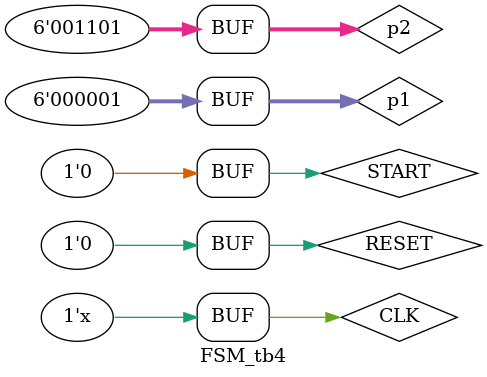
<source format=v>

`timescale 1ns/1ns
module FSM_tb4;

// Inputs
 reg CLK; reg RESET; reg START; reg[5:0] p1; reg[5:0] p2;
// Outputs
 wire PCinc; wire Ri1In; wire Ri2In;  wire Ri3In;  wire Ri4In; 
 wire finish;  wire[15:0] data_out;

// Instantiate Module
	moveImm_FSM test (CLK, RESET, START, PCinc, data_out, Ri1In, Ri2In, Ri3In, Ri4In, p1, p2, finish);

initial
   begin
	CLK = 0;
	RESET = 0;
	START = 0;
	p1 = 6'b000001;
	p2 = 6'b001101;
	#200;  
	RESET = 1;
	#200;  
	RESET = 0;
	#400;
	START = 1;
	#200;
	START = 0;
   end

always #100 CLK = ~CLK;

endmodule

</source>
